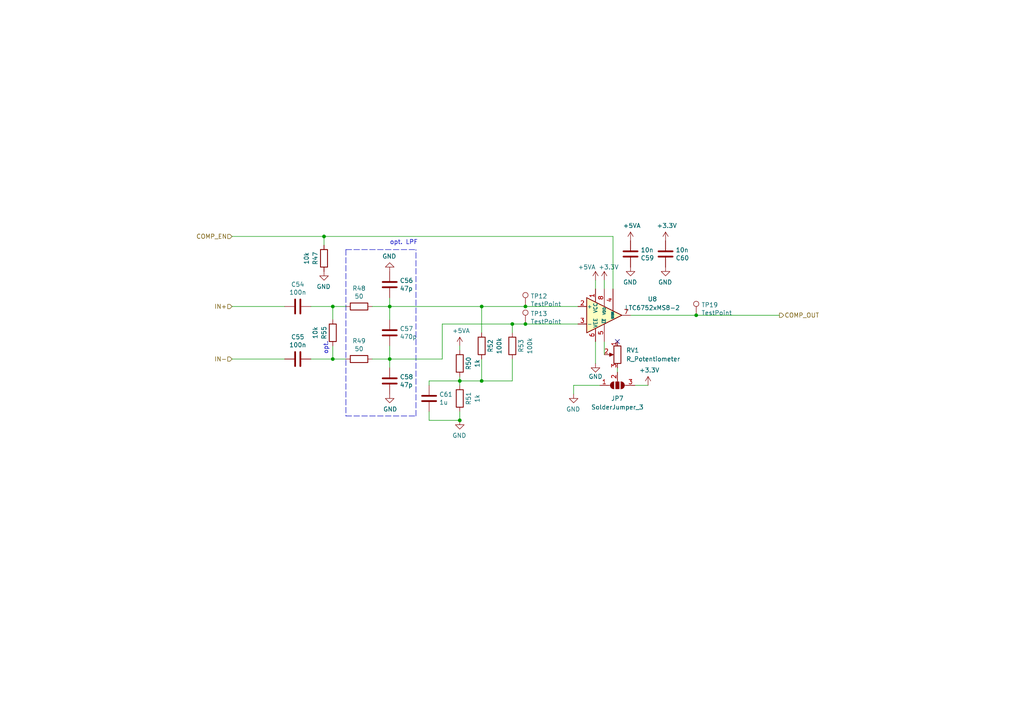
<source format=kicad_sch>
(kicad_sch (version 20211123) (generator eeschema)
  (paper "A4")
  (lib_symbols
    (symbol "Comparator:LTC6752xMS8-2" (pin_names (offset 0.127))
      (property "Reference" "U" (at 3.81 -5.08 0))
      (property "Value" "LTC6752xMS8-2" (at 3.81 -7.62 0))
      (symbol "LTC6752xMS8-2_1_1"
        (polyline (pts (xy -5.08 5.08) (xy 5.08 0) (xy -5.08 -5.08) (xy -5.08 5.08)) (stroke (width 0.254)) (fill (type background)))
        (pin power_in line (at -2.54 7.62 270) (length 3.81) (name "VCC") (number "1"))
        (pin input line (at -7.62 2.54 0) (length 2.54) (name "+") (number "2"))
        (pin input line (at -7.62 -2.54 0) (length 2.54) (name "-") (number "3"))
        (pin input line (at 2.54 7.62 270) (length 6.35) (name "~{SHDN}") (number "4"))
        (pin input line (at 0 -7.62 90) (length 5.08) (name "~{LE}") (number "5"))
        (pin power_in line (at -2.54 -7.62 90) (length 3.81) (name "VEE") (number "6"))
        (pin output line (at 7.62 0 180) (length 2.54) (name "~") (number "7"))
        (pin power_in line (at 0 7.62 270) (length 5.08) (name "VDD") (number "8"))
      )
    )
    (symbol "Connector:TestPoint" (pin_numbers hide) (pin_names (offset 0.762) hide)
      (property "Reference" "TP" (at 0 6.858 0))
      (property "Value" "TestPoint" (at 0 5.08 0))
      (symbol "TestPoint_0_1"
        (circle (center 0 3.302) (radius 0.762))
      )
      (symbol "TestPoint_1_1"
        (pin passive line (at 0 0 90) (length 2.54) (name "1") (number "1"))
      )
    )
    (symbol "Device:C" (pin_numbers hide) (pin_names (offset 0.254))
      (property "Reference" "C" (at 0.635 2.54 0))
      (property "Value" "C" (at 0.635 -2.54 0))
      (symbol "C_0_1"
        (polyline (pts (xy -2.032 -0.762) (xy 2.032 -0.762)) (stroke (width 0.508)))
        (polyline (pts (xy -2.032 0.762) (xy 2.032 0.762)) (stroke (width 0.508)))
      )
      (symbol "C_1_1"
        (pin passive line (at 0 3.81 270) (length 2.794) (name "~") (number "1"))
        (pin passive line (at 0 -3.81 90) (length 2.794) (name "~") (number "2"))
      )
    )
    (symbol "Device:R" (pin_numbers hide) (pin_names (offset 0))
      (property "Reference" "R" (at 2.032 0 90))
      (property "Value" "R" (at 0 0 90))
      (symbol "R_0_1"
        (rectangle (start -1.016 -2.54) (end 1.016 2.54) (stroke (width 0.254)))
      )
      (symbol "R_1_1"
        (pin passive line (at 0 3.81 270) (length 1.27) (name "~") (number "1"))
        (pin passive line (at 0 -3.81 90) (length 1.27) (name "~") (number "2"))
      )
    )
    (symbol "Device:R_Potentiometer" (pin_names (offset 1.016) hide)
      (property "Reference" "RV" (at -4.445 0 90))
      (property "Value" "R_Potentiometer" (at -2.54 0 90))
      (symbol "R_Potentiometer_0_1"
        (polyline (pts (xy 2.54 0) (xy 1.524 0)))
        (polyline (pts (xy 1.143 0) (xy 2.286 0.508) (xy 2.286 -0.508) (xy 1.143 0)) (fill (type outline)))
        (rectangle (start 1.016 2.54) (end -1.016 -2.54) (stroke (width 0.254)))
      )
      (symbol "R_Potentiometer_1_1"
        (pin passive line (at 0 3.81 270) (length 1.27) (name "1") (number "1"))
        (pin passive line (at 3.81 0 180) (length 1.27) (name "2") (number "2"))
        (pin passive line (at 0 -3.81 90) (length 1.27) (name "3") (number "3"))
      )
    )
    (symbol "Jumper:SolderJumper_3_Open" (pin_names (offset 0) hide)
      (property "Reference" "JP" (at -2.54 -2.54 0))
      (property "Value" "SolderJumper_3_Open" (at 0 2.794 0))
      (symbol "SolderJumper_3_Open_0_1"
        (arc (start -1.016 1.016) (mid -2.032 0) (end -1.016 -1.016))
        (arc (start -1.016 1.016) (mid -2.032 0) (end -1.016 -1.016) (fill (type outline)))
        (rectangle (start -0.508 1.016) (end 0.508 -1.016) (fill (type outline)))
        (polyline (pts (xy -2.54 0) (xy -2.032 0)))
        (polyline (pts (xy -1.016 1.016) (xy -1.016 -1.016)))
        (polyline (pts (xy 0 -1.27) (xy 0 -1.016)))
        (polyline (pts (xy 1.016 1.016) (xy 1.016 -1.016)))
        (polyline (pts (xy 2.54 0) (xy 2.032 0)))
        (arc (start 1.016 -1.016) (mid 2.032 0) (end 1.016 1.016))
        (arc (start 1.016 -1.016) (mid 2.032 0) (end 1.016 1.016) (fill (type outline)))
      )
      (symbol "SolderJumper_3_Open_1_1"
        (pin passive line (at -5.08 0 0) (length 2.54) (name "A") (number "1"))
        (pin passive line (at 0 -3.81 90) (length 2.54) (name "C") (number "2"))
        (pin passive line (at 5.08 0 180) (length 2.54) (name "B") (number "3"))
      )
    )
    (symbol "power:+3.3V" (power) (pin_names (offset 0))
      (property "Value" "+3.3V" (at 0 3.556 0))
      (symbol "+3.3V_0_1"
        (polyline (pts (xy -0.762 1.27) (xy 0 2.54)))
        (polyline (pts (xy 0 0) (xy 0 2.54)))
        (polyline (pts (xy 0 2.54) (xy 0.762 1.27)))
      )
      (symbol "+3.3V_1_1"
        (pin power_in line (at 0 0 90) (length 0) hide (name "+3.3V") (number "1"))
      )
    )
    (symbol "power:+5VA" (power) (pin_names (offset 0))
      (property "Value" "+5VA" (at 0 3.556 0))
      (symbol "+5VA_0_1"
        (polyline (pts (xy -0.762 1.27) (xy 0 2.54)))
        (polyline (pts (xy 0 0) (xy 0 2.54)))
        (polyline (pts (xy 0 2.54) (xy 0.762 1.27)))
      )
      (symbol "+5VA_1_1"
        (pin power_in line (at 0 0 90) (length 0) hide (name "+5VA") (number "1"))
      )
    )
    (symbol "power:GND" (power) (pin_names (offset 0))
      (property "Value" "GND" (at 0 -3.81 0))
      (symbol "GND_0_1"
        (polyline (pts (xy 0 0) (xy 0 -1.27) (xy 1.27 -1.27) (xy 0 -2.54) (xy -1.27 -1.27) (xy 0 -1.27)))
      )
      (symbol "GND_1_1"
        (pin power_in line (at 0 0 270) (length 0) hide (name "GND") (number "1"))
      )
    )
  )
  (junction (at 152.4 93.98))
  (junction (at 113.03 88.9))
  (junction (at 133.35 121.92))
  (junction (at 152.4 88.9))
  (junction (at 113.03 104.14))
  (junction (at 139.7 110.49))
  (junction (at 96.52 88.9))
  (junction (at 96.52 104.14))
  (junction (at 139.7 88.9))
  (junction (at 201.93 91.44))
  (junction (at 133.35 110.49))
  (junction (at 93.98 68.58))
  (junction (at 148.59 93.98))
  (no_connect (at 179.07 99.06))
  (wire (pts (xy 113.03 104.14) (xy 113.03 106.68)))
  (wire (pts (xy 90.17 104.14) (xy 96.52 104.14)))
  (wire (pts (xy 152.4 88.9) (xy 167.64 88.9)))
  (wire (pts (xy 175.26 81.28) (xy 175.26 83.82)))
  (wire (pts (xy 128.27 93.98) (xy 128.27 104.14)))
  (wire (pts (xy 133.35 110.49) (xy 124.46 110.49)))
  (wire (pts (xy 175.26 99.06) (xy 175.26 102.87)))
  (polyline (pts (xy 100.33 120.65) (xy 120.65 120.65)))
  (wire (pts (xy 133.35 121.92) (xy 133.35 119.38)))
  (wire (pts (xy 93.98 71.12) (xy 93.98 68.58)))
  (polyline (pts (xy 100.33 72.39) (xy 120.65 72.39)))
  (wire (pts (xy 93.98 68.58) (xy 177.8 68.58)))
  (wire (pts (xy 152.4 93.98) (xy 167.64 93.98)))
  (wire (pts (xy 172.72 99.06) (xy 172.72 105.41)))
  (wire (pts (xy 148.59 93.98) (xy 148.59 96.52)))
  (wire (pts (xy 179.07 107.95) (xy 179.07 106.68)))
  (wire (pts (xy 148.59 93.98) (xy 152.4 93.98)))
  (wire (pts (xy 128.27 104.14) (xy 113.03 104.14)))
  (wire (pts (xy 90.17 88.9) (xy 96.52 88.9)))
  (wire (pts (xy 133.35 109.22) (xy 133.35 110.49)))
  (wire (pts (xy 124.46 119.38) (xy 124.46 121.92)))
  (wire (pts (xy 96.52 104.14) (xy 100.33 104.14)))
  (wire (pts (xy 82.55 88.9) (xy 67.31 88.9)))
  (wire (pts (xy 96.52 100.33) (xy 96.52 104.14)))
  (wire (pts (xy 113.03 88.9) (xy 139.7 88.9)))
  (wire (pts (xy 166.37 111.76) (xy 173.99 111.76)))
  (wire (pts (xy 96.52 88.9) (xy 100.33 88.9)))
  (wire (pts (xy 133.35 100.33) (xy 133.35 101.6)))
  (wire (pts (xy 139.7 110.49) (xy 139.7 104.14)))
  (wire (pts (xy 113.03 100.33) (xy 113.03 104.14)))
  (wire (pts (xy 139.7 88.9) (xy 139.7 96.52)))
  (wire (pts (xy 133.35 110.49) (xy 139.7 110.49)))
  (wire (pts (xy 113.03 86.36) (xy 113.03 88.9)))
  (wire (pts (xy 139.7 88.9) (xy 152.4 88.9)))
  (wire (pts (xy 128.27 93.98) (xy 148.59 93.98)))
  (wire (pts (xy 201.93 91.44) (xy 226.06 91.44)))
  (polyline (pts (xy 120.65 120.65) (xy 120.65 72.39)))
  (wire (pts (xy 184.15 111.76) (xy 187.96 111.76)))
  (wire (pts (xy 124.46 121.92) (xy 133.35 121.92)))
  (wire (pts (xy 139.7 110.49) (xy 148.59 110.49)))
  (wire (pts (xy 172.72 81.28) (xy 172.72 83.82)))
  (wire (pts (xy 113.03 88.9) (xy 113.03 92.71)))
  (wire (pts (xy 177.8 83.82) (xy 177.8 68.58)))
  (wire (pts (xy 107.95 88.9) (xy 113.03 88.9)))
  (wire (pts (xy 182.88 91.44) (xy 201.93 91.44)))
  (wire (pts (xy 82.55 104.14) (xy 67.31 104.14)))
  (polyline (pts (xy 100.33 72.39) (xy 100.33 120.65)))
  (wire (pts (xy 133.35 110.49) (xy 133.35 111.76)))
  (wire (pts (xy 166.37 111.76) (xy 166.37 114.3)))
  (wire (pts (xy 96.52 88.9) (xy 96.52 92.71)))
  (wire (pts (xy 107.95 104.14) (xy 113.03 104.14)))
  (wire (pts (xy 124.46 110.49) (xy 124.46 111.76)))
  (wire (pts (xy 148.59 110.49) (xy 148.59 104.14)))
  (wire (pts (xy 67.31 68.58) (xy 93.98 68.58)))
  (text "opt. LPF" (at 113.03 71.12 0) (effects (font (size 1.27 1.27)) (justify left bottom)))
  (text "opt." (at 95.25 102.87 90) (effects (font (size 1.27 1.27)) (justify left bottom)))
  (hierarchical_label "IN+" (shape input) (at 67.31 88.9 180))
  (hierarchical_label "COMP_EN" (shape input) (at 67.31 68.58 180))
  (hierarchical_label "IN-" (shape input) (at 67.31 104.14 180))
  (hierarchical_label "COMP_OUT" (shape output) (at 226.06 91.44 0))
  (symbol (lib_id "Device:C") (at 113.03 82.55 0) (unit 1)
    (property "Reference" "C56" (at 115.951 81.3816 0) (effects (justify left)))
    (property "Value" "47p" (at 115.951 83.693 0) (effects (justify left)))
    (property "Footprint" "Capacitor_SMD:C_0603_1608Metric_Pad1.08x0.95mm_HandSolder" (effects hide))
  )
  (symbol (lib_id "Device:C") (at 124.46 115.57 0) (unit 1)
    (property "Reference" "C61" (at 127.381 114.4016 0) (effects (justify left)))
    (property "Value" "1u" (at 127.381 116.713 0) (effects (justify left)))
    (property "Footprint" "Capacitor_SMD:C_0603_1608Metric_Pad1.08x0.95mm_HandSolder" (effects hide))
  )
  (symbol (lib_id "Device:R") (at 133.35 115.57 0) (unit 1)
    (property "Reference" "R51" (at 135.89 115.57 90))
    (property "Value" "1k" (at 138.43 115.57 90))
    (property "Footprint" "Resistor_SMD:R_0603_1608Metric_Pad0.98x0.95mm_HandSolder" (effects hide))
  )
  (symbol (lib_id "Device:R_Potentiometer") (at 179.07 102.87 0) (mirror y) (unit 1)
    (property "Reference" "RV1" (at 181.61 101.5999 0) (effects (justify right)))
    (property "Value" "R_Potentiometer" (at 181.61 104.1399 0) (effects (justify right)))
    (property "Footprint" "Potentiometer_THT:Potentiometer_Bourns_3009P_Horizontal" (effects hide))
  )
  (symbol (lib_id "Connector:TestPoint") (at 201.93 91.44 0) (unit 1)
    (property "Reference" "TP19" (at 203.4032 88.4428 0) (effects (justify left)))
    (property "Value" "TestPoint" (at 203.4032 90.7542 0) (effects (justify left)))
    (property "Footprint" "TestPoint:TestPoint_Loop_D1.80mm_Drill1.0mm_Beaded" (effects hide))
  )
  (symbol (lib_id "Device:C") (at 113.03 110.49 0) (unit 1)
    (property "Reference" "C58" (at 115.951 109.3216 0) (effects (justify left)))
    (property "Value" "47p" (at 115.951 111.633 0) (effects (justify left)))
    (property "Footprint" "Capacitor_SMD:C_0603_1608Metric_Pad1.08x0.95mm_HandSolder" (effects hide))
  )
  (symbol (lib_id "power:GND") (at 113.03 78.74 180) (unit 1)
    (property "Reference" "#PWR0101" (effects hide))
    (property "Value" "GND" (at 112.903 74.3458 0))
  )
  (symbol (lib_id "Device:C") (at 86.36 88.9 270) (unit 1)
    (property "Reference" "C54" (at 86.36 82.4992 90))
    (property "Value" "100n" (at 86.36 84.8106 90))
    (property "Footprint" "Capacitor_SMD:C_0603_1608Metric_Pad1.08x0.95mm_HandSolder" (effects hide))
  )
  (symbol (lib_id "Device:C") (at 86.36 104.14 270) (unit 1)
    (property "Reference" "C55" (at 86.36 97.7392 90))
    (property "Value" "100n" (at 86.36 100.0506 90))
    (property "Footprint" "Capacitor_SMD:C_0603_1608Metric_Pad1.08x0.95mm_HandSolder" (effects hide))
  )
  (symbol (lib_id "power:GND") (at 193.04 77.47 0) (mirror y) (unit 1)
    (property "Reference" "#PWR0115" (effects hide))
    (property "Value" "GND" (at 192.913 81.8642 0))
  )
  (symbol (lib_id "Device:R") (at 96.52 96.52 180) (unit 1)
    (property "Reference" "R55" (at 93.98 96.52 90))
    (property "Value" "10k" (at 91.44 96.52 90))
    (property "Footprint" "Resistor_SMD:R_0603_1608Metric_Pad0.98x0.95mm_HandSolder" (effects hide))
  )
  (symbol (lib_id "Device:C") (at 182.88 73.66 0) (mirror x) (unit 1)
    (property "Reference" "C59" (at 185.801 74.8284 0) (effects (justify left)))
    (property "Value" "10n" (at 185.801 72.517 0) (effects (justify left)))
    (property "Footprint" "Capacitor_SMD:C_0603_1608Metric_Pad1.08x0.95mm_HandSolder" (effects hide))
  )
  (symbol (lib_id "Device:C") (at 193.04 73.66 0) (mirror x) (unit 1)
    (property "Reference" "C60" (at 195.961 74.8284 0) (effects (justify left)))
    (property "Value" "10n" (at 195.961 72.517 0) (effects (justify left)))
    (property "Footprint" "Capacitor_SMD:C_0603_1608Metric_Pad1.08x0.95mm_HandSolder" (effects hide))
  )
  (symbol (lib_id "power:GND") (at 182.88 77.47 0) (mirror y) (unit 1)
    (property "Reference" "#PWR0112" (effects hide))
    (property "Value" "GND" (at 182.753 81.8642 0))
  )
  (symbol (lib_id "Device:C") (at 113.03 96.52 0) (unit 1)
    (property "Reference" "C57" (at 115.951 95.3516 0) (effects (justify left)))
    (property "Value" "470p" (at 115.951 97.663 0) (effects (justify left)))
    (property "Footprint" "Capacitor_SMD:C_0603_1608Metric_Pad1.08x0.95mm_HandSolder" (effects hide))
  )
  (symbol (lib_id "Device:R") (at 104.14 88.9 270) (unit 1)
    (property "Reference" "R48" (at 104.14 83.6422 90))
    (property "Value" "50" (at 104.14 85.9536 90))
    (property "Footprint" "Resistor_SMD:R_0603_1608Metric_Pad0.98x0.95mm_HandSolder" (effects hide))
  )
  (symbol (lib_id "power:+3.3V") (at 187.96 111.76 0) (unit 1)
    (property "Reference" "#PWR0113" (effects hide))
    (property "Value" "+3.3V" (at 188.341 107.3658 0))
  )
  (symbol (lib_id "Device:R") (at 139.7 100.33 0) (unit 1)
    (property "Reference" "R52" (at 142.24 100.33 90))
    (property "Value" "100k" (at 144.78 100.33 90))
    (property "Footprint" "Resistor_SMD:R_0603_1608Metric_Pad0.98x0.95mm_HandSolder" (effects hide))
  )
  (symbol (lib_id "Connector:TestPoint") (at 152.4 93.98 0) (unit 1)
    (property "Reference" "TP13" (at 153.8732 90.9828 0) (effects (justify left)))
    (property "Value" "TestPoint" (at 153.8732 93.2942 0) (effects (justify left)))
    (property "Footprint" "TestPoint:TestPoint_Loop_D1.80mm_Drill1.0mm_Beaded" (effects hide))
  )
  (symbol (lib_id "power:GND") (at 113.03 114.3 0) (unit 1)
    (property "Reference" "#PWR0102" (effects hide))
    (property "Value" "GND" (at 113.157 118.6942 0))
  )
  (symbol (lib_id "Connector:TestPoint") (at 152.4 88.9 0) (unit 1)
    (property "Reference" "TP12" (at 153.8732 85.9028 0) (effects (justify left)))
    (property "Value" "TestPoint" (at 153.8732 88.2142 0) (effects (justify left)))
    (property "Footprint" "TestPoint:TestPoint_Loop_D1.80mm_Drill1.0mm_Beaded" (effects hide))
  )
  (symbol (lib_id "power:+3.3V") (at 175.26 81.28 0) (unit 1)
    (property "Reference" "#PWR0110" (effects hide))
    (property "Value" "+3.3V" (at 176.53 77.47 0))
  )
  (symbol (lib_id "Device:R") (at 133.35 105.41 0) (unit 1)
    (property "Reference" "R50" (at 135.89 105.41 90))
    (property "Value" "1k" (at 138.43 105.41 90))
    (property "Footprint" "Resistor_SMD:R_0603_1608Metric_Pad0.98x0.95mm_HandSolder" (effects hide))
  )
  (symbol (lib_id "Jumper:SolderJumper_3_Open") (at 179.07 111.76 0) (mirror x) (unit 1)
    (property "Reference" "JP7" (at 179.07 115.57 0))
    (property "Value" "SolderJumper_3" (at 179.07 118.11 0))
    (property "Footprint" "Jumper:SolderJumper-3_P1.3mm_Open_RoundedPad1.0x1.5mm" (effects hide))
  )
  (symbol (lib_id "power:+3.3V") (at 193.04 69.85 0) (unit 1)
    (property "Reference" "#PWR0114" (effects hide))
    (property "Value" "+3.3V" (at 193.421 65.4558 0))
  )
  (symbol (lib_id "Device:R") (at 93.98 74.93 180) (unit 1)
    (property "Reference" "R47" (at 91.44 74.93 90))
    (property "Value" "10k" (at 88.9 74.93 90))
    (property "Footprint" "Resistor_SMD:R_0603_1608Metric_Pad0.98x0.95mm_HandSolder" (effects hide))
  )
  (symbol (lib_id "Device:R") (at 104.14 104.14 270) (unit 1)
    (property "Reference" "R49" (at 104.14 98.8822 90))
    (property "Value" "50" (at 104.14 101.1936 90))
    (property "Footprint" "Resistor_SMD:R_0603_1608Metric_Pad0.98x0.95mm_HandSolder" (effects hide))
  )
  (symbol (lib_id "Device:R") (at 148.59 100.33 0) (unit 1)
    (property "Reference" "R53" (at 151.13 100.33 90))
    (property "Value" "100k" (at 153.67 100.33 90))
    (property "Footprint" "Resistor_SMD:R_0603_1608Metric_Pad0.98x0.95mm_HandSolder" (effects hide))
  )
  (symbol (lib_id "power:GND") (at 166.37 114.3 0) (mirror y) (unit 1)
    (property "Reference" "#PWR0107" (effects hide))
    (property "Value" "GND" (at 166.243 118.6942 0))
  )
  (symbol (lib_id "power:GND") (at 93.98 78.74 0) (mirror y) (unit 1)
    (property "Reference" "#PWR0100" (effects hide))
    (property "Value" "GND" (at 93.853 83.1342 0))
  )
  (symbol (lib_id "power:GND") (at 133.35 121.92 0) (mirror y) (unit 1)
    (property "Reference" "#PWR0104" (effects hide))
    (property "Value" "GND" (at 133.223 126.3142 0))
  )
  (symbol (lib_id "power:+5VA") (at 182.88 69.85 0) (unit 1)
    (property "Reference" "#PWR0111" (effects hide))
    (property "Value" "+5VA" (at 183.261 65.4558 0))
  )
  (symbol (lib_id "power:+5VA") (at 172.72 81.28 0) (unit 1)
    (property "Reference" "#PWR0108" (effects hide))
    (property "Value" "+5VA" (at 170.18 77.47 0))
  )
  (symbol (lib_id "Comparator:LTC6752xMS8-2") (at 175.26 91.44 0) (unit 1)
    (property "Reference" "U8" (at 189.23 86.741 0))
    (property "Value" "LTC6752xMS8-2" (at 189.23 89.281 0))
    (property "Footprint" "Package_SO:MSOP-8_3x3mm_P0.65mm" (effects hide))
    (property "Datasheet" "https://www.analog.com/media/en/technical-documentation/data-sheets/6752fc.pdf" (effects hide))
  )
  (symbol (lib_id "power:GND") (at 172.72 105.41 0) (mirror y) (unit 1)
    (property "Reference" "#PWR0109" (effects hide))
    (property "Value" "GND" (at 172.72 109.22 0))
  )
  (symbol (lib_id "power:+5VA") (at 133.35 100.33 0) (unit 1)
    (property "Reference" "#PWR0103" (effects hide))
    (property "Value" "+5VA" (at 133.731 95.9358 0))
  )
)
</source>
